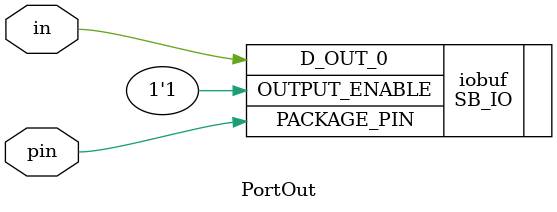
<source format=sv>
module PortIn (
    inout  pin,
    output out
);
  SB_IO #(
      .PIN_TYPE(6'b1010_01),
      .PULLUP  (1'b0)
  ) iobuf (
      .PACKAGE_PIN(pin),
      .OUTPUT_ENABLE(1'b0),
      .D_IN_0(out)
  );
endmodule

module PortInOut (
    inout  pin,
    input  iosel,
    input  in,
    output out
);
  SB_IO #(
      .PIN_TYPE(6'b1010_01),
      .PULLUP  (1'b0)
  ) iobuf (
      .PACKAGE_PIN(pin),
      .OUTPUT_ENABLE(iosel),
      .D_OUT_0(in),
      .D_IN_0(out)
  );
endmodule

module PortOut (
    inout pin,
    input in
);
  SB_IO #(
      .PIN_TYPE(6'b1010_01),
      .PULLUP  (1'b0)
  ) iobuf (
      .PACKAGE_PIN(pin),
      .OUTPUT_ENABLE(1'b1),
      .D_OUT_0(in)
  );
endmodule

</source>
